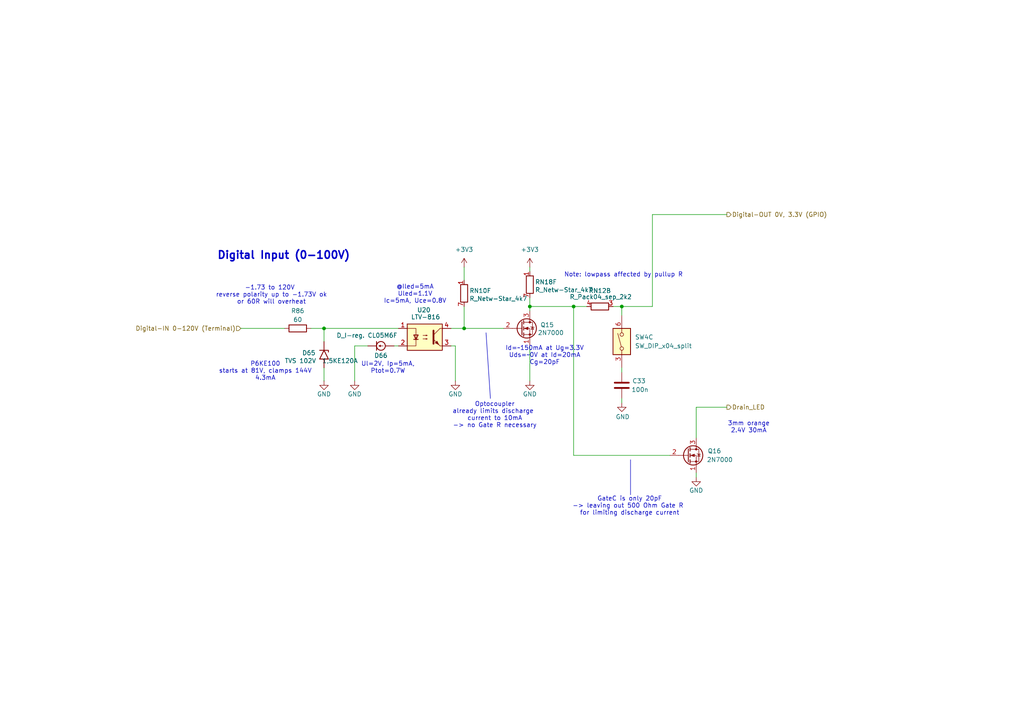
<source format=kicad_sch>
(kicad_sch (version 20231120) (generator "eeschema") (generator_version "8.0")
  (paper "A4")
  (lib_symbols
    (symbol "Device:C" (pin_numbers hide) (pin_names (offset 0.254))
      (property "Reference" "C" (at 0.635 2.54 0))
      (property "Value" "C" (at 0.635 -2.54 0))
      (symbol "C_0_1"
        (polyline (pts (xy -2.032 -0.762) (xy 2.032 -0.762)) (stroke (width 0.508)))
        (polyline (pts (xy -2.032 0.762) (xy 2.032 0.762)) (stroke (width 0.508)))
      )
      (symbol "C_1_1"
        (pin passive line (at 0 3.81 270) (length 2.794) (name "~") (number "1"))
        (pin passive line (at 0 -3.81 90) (length 2.794) (name "~") (number "2"))
      )
    )
    (symbol "Device:D_Current-regulator" (pin_numbers hide) (pin_names (offset 1.016) hide)
      (property "Reference" "D" (at 0 2.54 0))
      (property "Value" "D_Current-regulator" (at 0 -2.54 0))
      (symbol "D_Current-regulator_0_1"
        (polyline (pts (xy -1.27 1.27) (xy -1.27 -1.27)) (stroke (width 0.254)))
      )
      (symbol "D_Current-regulator_1_1"
        (polyline (pts (xy -0.127 0) (xy 0.635 0)))
        (polyline (pts (xy -0.127 0.254) (xy -0.635 0) (xy -0.127 -0.254) (xy -0.127 0.254)) (fill (type outline)))
        (circle (center 0 0) (radius 1.27) (stroke (width 0.254)))
        (pin passive line (at -3.81 0 0) (length 2.54) (name "K") (number "1"))
        (pin passive line (at 3.81 0 180) (length 2.54) (name "A") (number "2"))
      )
    )
    (symbol "Device:R" (pin_numbers hide) (pin_names (offset 0))
      (property "Reference" "R" (at 2.032 0 90))
      (property "Value" "R" (at 0 0 90))
      (symbol "R_0_1"
        (rectangle (start -1.016 -2.54) (end 1.016 2.54) (stroke (width 0.254)))
      )
      (symbol "R_1_1"
        (pin passive line (at 0 3.81 270) (length 1.27) (name "~") (number "1"))
        (pin passive line (at 0 -3.81 90) (length 1.27) (name "~") (number "2"))
      )
    )
    (symbol "Device:R_Network08_Split" (pin_names (offset 0) hide)
      (property "Reference" "RN" (at 2.032 0 90))
      (property "Value" "R_Network08_Split" (at 0 0 90))
      (symbol "R_Network08_Split_0_1"
        (rectangle (start 1.016 2.54) (end -1.016 -2.54) (stroke (width 0.254)))
        (pin passive line (at 0 3.81 270) (length 1.27) (name "R1") (number "1"))
      )
      (symbol "R_Network08_Split_1_1"
        (pin passive line (at 0 -3.81 90) (length 1.27) (name "R1.2") (number "2"))
      )
      (symbol "R_Network08_Split_2_1"
        (pin passive line (at 0 -3.81 90) (length 1.27) (name "R2.2") (number "3"))
      )
      (symbol "R_Network08_Split_3_1"
        (pin passive line (at 0 -3.81 90) (length 1.27) (name "R3.2") (number "4"))
      )
      (symbol "R_Network08_Split_4_1"
        (pin passive line (at 0 -3.81 90) (length 1.27) (name "R4.2") (number "5"))
      )
      (symbol "R_Network08_Split_5_1"
        (pin passive line (at 0 -3.81 90) (length 1.27) (name "R5.2") (number "6"))
      )
      (symbol "R_Network08_Split_6_1"
        (pin passive line (at 0 -3.81 90) (length 1.27) (name "R6.2") (number "7"))
      )
      (symbol "R_Network08_Split_7_1"
        (pin passive line (at 0 -3.81 90) (length 1.27) (name "R7.2") (number "8"))
      )
      (symbol "R_Network08_Split_8_1"
        (pin passive line (at 0 -3.81 90) (length 1.27) (name "R8.2") (number "9"))
      )
    )
    (symbol "Device:R_Pack04_SIP_Split" (pin_names (offset 0) hide)
      (property "Reference" "RN" (at 2.032 0 90))
      (property "Value" "R_Pack04_SIP_Split" (at 0 0 90))
      (symbol "R_Pack04_SIP_Split_0_1"
        (rectangle (start 1.016 2.54) (end -1.016 -2.54) (stroke (width 0.254)))
      )
      (symbol "R_Pack04_SIP_Split_1_1"
        (pin passive line (at 0 -3.81 90) (length 1.27) (name "R1.1") (number "1"))
        (pin passive line (at 0 3.81 270) (length 1.27) (name "R1.2") (number "2"))
      )
      (symbol "R_Pack04_SIP_Split_2_1"
        (pin passive line (at 0 -3.81 90) (length 1.27) (name "R2.1") (number "3"))
        (pin passive line (at 0 3.81 270) (length 1.27) (name "R2.2") (number "4"))
      )
      (symbol "R_Pack04_SIP_Split_3_1"
        (pin passive line (at 0 -3.81 90) (length 1.27) (name "R3.1") (number "5"))
        (pin passive line (at 0 3.81 270) (length 1.27) (name "R3.2") (number "6"))
      )
      (symbol "R_Pack04_SIP_Split_4_1"
        (pin passive line (at 0 -3.81 90) (length 1.27) (name "R4.1") (number "7"))
        (pin passive line (at 0 3.81 270) (length 1.27) (name "R4.2") (number "8"))
      )
    )
    (symbol "Diode:1N62xxA" (pin_numbers hide) (pin_names (offset 1.016) hide)
      (property "Reference" "D" (at 0 2.54 0))
      (property "Value" "1N62xxA" (at 0 -2.54 0))
      (symbol "1N62xxA_0_1"
        (polyline (pts (xy -0.762 1.27) (xy -1.27 1.27) (xy -1.27 -1.27)) (stroke (width 0.254)))
        (polyline (pts (xy 1.27 1.27) (xy 1.27 -1.27) (xy -1.27 0) (xy 1.27 1.27)) (stroke (width 0.254)))
      )
      (symbol "1N62xxA_1_1"
        (pin passive line (at -3.81 0 0) (length 2.54) (name "A1") (number "1"))
        (pin passive line (at 3.81 0 180) (length 2.54) (name "A2") (number "2"))
      )
    )
    (symbol "Isolator:LTV-817M" (pin_names (offset 1.016))
      (property "Reference" "U" (at -3.81 5.08 0))
      (property "Value" "LTV-817M" (at 0 -5.08 0))
      (symbol "LTV-817M_1_1"
        (rectangle (start -5.08 3.81) (end 5.08 -3.81) (stroke (width 0.254)) (fill (type background)))
        (polyline (pts (xy -3.175 -0.635) (xy -1.905 -0.635)) (stroke (width 0.254)))
        (polyline (pts (xy 2.54 0.635) (xy 4.445 2.54)))
        (polyline (pts (xy 4.445 -2.54) (xy 2.54 -0.635)) (fill (type outline)))
        (polyline (pts (xy 4.445 -2.54) (xy 5.08 -2.54)))
        (polyline (pts (xy 4.445 2.54) (xy 5.08 2.54)))
        (polyline (pts (xy -5.08 2.54) (xy -2.54 2.54) (xy -2.54 -0.762)))
        (polyline (pts (xy -2.54 -0.635) (xy -2.54 -2.54) (xy -5.08 -2.54)))
        (polyline (pts (xy 2.54 1.905) (xy 2.54 -1.905) (xy 2.54 -1.905)) (stroke (width 0.508)))
        (polyline (pts (xy -2.54 -0.635) (xy -3.175 0.635) (xy -1.905 0.635) (xy -2.54 -0.635)) (stroke (width 0.254)))
        (polyline (pts (xy -0.508 -0.508) (xy 0.762 -0.508) (xy 0.381 -0.635) (xy 0.381 -0.381) (xy 0.762 -0.508)))
        (polyline (pts (xy -0.508 0.508) (xy 0.762 0.508) (xy 0.381 0.381) (xy 0.381 0.635) (xy 0.762 0.508)))
        (polyline (pts (xy 3.048 -1.651) (xy 3.556 -1.143) (xy 4.064 -2.159) (xy 3.048 -1.651) (xy 3.048 -1.651)) (fill (type outline)))
        (pin passive line (at -7.62 2.54 0) (length 2.54) (name "~") (number "1"))
        (pin passive line (at -7.62 -2.54 0) (length 2.54) (name "~") (number "2"))
        (pin passive line (at 7.62 -2.54 180) (length 2.54) (name "~") (number "3"))
        (pin passive line (at 7.62 2.54 180) (length 2.54) (name "~") (number "4"))
      )
    )
    (symbol "Transistor_FET:2N7000" (pin_names hide)
      (property "Reference" "Q" (at 5.08 1.905 0))
      (property "Value" "2N7000" (at 5.08 0 0))
      (symbol "2N7000_0_1"
        (polyline (pts (xy 0.254 0) (xy -2.54 0)))
        (polyline (pts (xy 0.254 1.905) (xy 0.254 -1.905)) (stroke (width 0.254)))
        (polyline (pts (xy 0.762 -1.27) (xy 0.762 -2.286)) (stroke (width 0.254)))
        (polyline (pts (xy 0.762 0.508) (xy 0.762 -0.508)) (stroke (width 0.254)))
        (polyline (pts (xy 0.762 2.286) (xy 0.762 1.27)) (stroke (width 0.254)))
        (polyline (pts (xy 2.54 2.54) (xy 2.54 1.778)))
        (polyline (pts (xy 2.54 -2.54) (xy 2.54 0) (xy 0.762 0)))
        (polyline (pts (xy 0.762 -1.778) (xy 3.302 -1.778) (xy 3.302 1.778) (xy 0.762 1.778)))
        (polyline (pts (xy 1.016 0) (xy 2.032 0.381) (xy 2.032 -0.381) (xy 1.016 0)) (fill (type outline)))
        (polyline (pts (xy 2.794 0.508) (xy 2.921 0.381) (xy 3.683 0.381) (xy 3.81 0.254)))
        (polyline (pts (xy 3.302 0.381) (xy 2.921 -0.254) (xy 3.683 -0.254) (xy 3.302 0.381)))
        (circle (center 1.651 0) (radius 2.794) (stroke (width 0.254)))
        (circle (center 2.54 -1.778) (radius 0.254) (fill (type outline)))
        (circle (center 2.54 1.778) (radius 0.254) (fill (type outline)))
      )
      (symbol "2N7000_1_1"
        (pin passive line (at 2.54 -5.08 90) (length 2.54) (name "S") (number "1"))
        (pin input line (at -5.08 0 0) (length 2.54) (name "G") (number "2"))
        (pin passive line (at 2.54 5.08 270) (length 2.54) (name "D") (number "3"))
      )
    )
    (symbol "custom-symbols:SW_DIP_x04_split" (pin_names (offset 0) hide)
      (property "Reference" "SW" (at 0 3.81 0))
      (property "Value" "SW_DIP_x04_split" (at 0 -3.81 0))
      (symbol "SW_DIP_x04_split_0_0"
        (circle (center -2.032 0) (radius 0.508))
        (polyline (pts (xy -1.524 0.127) (xy 2.3622 1.1684)))
        (circle (center 2.032 0) (radius 0.508))
      )
      (symbol "SW_DIP_x04_split_0_1"
        (rectangle (start -3.81 2.54) (end 3.81 -2.54) (stroke (width 0.254)) (fill (type background)))
      )
      (symbol "SW_DIP_x04_split_1_1"
        (pin passive line (at -7.62 0 0) (length 5.08) (name "~") (number "1"))
        (pin passive line (at 7.62 0 180) (length 5.08) (name "~") (number "8"))
      )
      (symbol "SW_DIP_x04_split_2_1"
        (pin passive line (at -7.62 0 0) (length 5.08) (name "~") (number "2"))
        (pin passive line (at 7.62 0 180) (length 5.08) (name "~") (number "7"))
      )
      (symbol "SW_DIP_x04_split_3_1"
        (pin passive line (at -7.62 0 0) (length 5.08) (name "~") (number "3"))
        (pin passive line (at 7.62 0 180) (length 5.08) (name "~") (number "6"))
      )
      (symbol "SW_DIP_x04_split_4_1"
        (pin passive line (at -7.62 0 0) (length 5.08) (name "~") (number "4"))
        (pin passive line (at 7.62 0 180) (length 5.08) (name "~") (number "5"))
      )
    )
    (symbol "power:+3V3" (power) (pin_numbers hide) (pin_names (offset 0) hide)
      (property "Value" "+3V3" (at 0 3.556 0))
      (symbol "+3V3_0_1"
        (polyline (pts (xy -0.762 1.27) (xy 0 2.54)))
        (polyline (pts (xy 0 0) (xy 0 2.54)))
        (polyline (pts (xy 0 2.54) (xy 0.762 1.27)))
      )
      (symbol "+3V3_1_1"
        (pin power_in line (at 0 0 90) (length 0) (name "~") (number "1"))
      )
    )
    (symbol "power:GND" (power) (pin_numbers hide) (pin_names (offset 0) hide)
      (property "Value" "GND" (at 0 -3.81 0))
      (symbol "GND_0_1"
        (polyline (pts (xy 0 0) (xy 0 -1.27) (xy 1.27 -1.27) (xy 0 -2.54) (xy -1.27 -1.27) (xy 0 -1.27)))
      )
      (symbol "GND_1_1"
        (pin power_in line (at 0 0 270) (length 0) (name "~") (number "1"))
      )
    )
  )
  (junction (at 153.67 88.9))
  (junction (at 134.62 95.25))
  (junction (at 180.34 88.9))
  (junction (at 93.98 95.25))
  (junction (at 166.37 88.9))
  (wire (pts (xy 102.87 100.33) (xy 102.87 110.49)))
  (polyline (pts (xy 182.88 133.35) (xy 182.88 143.51)))
  (wire (pts (xy 130.81 100.33) (xy 132.08 100.33)))
  (wire (pts (xy 201.93 118.11) (xy 210.82 118.11)))
  (wire (pts (xy 166.37 132.08) (xy 194.31 132.08)))
  (wire (pts (xy 93.98 95.25) (xy 93.98 99.06)))
  (wire (pts (xy 106.68 100.33) (xy 102.87 100.33)))
  (wire (pts (xy 132.08 100.33) (xy 132.08 110.49)))
  (wire (pts (xy 177.8 88.9) (xy 180.34 88.9)))
  (wire (pts (xy 180.34 88.9) (xy 189.23 88.9)))
  (wire (pts (xy 93.98 106.68) (xy 93.98 110.49)))
  (wire (pts (xy 153.67 77.47) (xy 153.67 78.74)))
  (wire (pts (xy 189.23 88.9) (xy 189.23 62.23)))
  (wire (pts (xy 189.23 62.23) (xy 210.82 62.23)))
  (wire (pts (xy 134.62 88.9) (xy 134.62 95.25)))
  (wire (pts (xy 134.62 95.25) (xy 146.05 95.25)))
  (wire (pts (xy 153.67 88.9) (xy 153.67 90.17)))
  (wire (pts (xy 180.34 107.95) (xy 180.34 106.68)))
  (wire (pts (xy 69.85 95.25) (xy 82.55 95.25)))
  (wire (pts (xy 180.34 115.57) (xy 180.34 116.84)))
  (wire (pts (xy 153.67 86.36) (xy 153.67 88.9)))
  (wire (pts (xy 93.98 95.25) (xy 115.57 95.25)))
  (wire (pts (xy 114.3 100.33) (xy 115.57 100.33)))
  (wire (pts (xy 130.81 95.25) (xy 134.62 95.25)))
  (wire (pts (xy 166.37 88.9) (xy 170.18 88.9)))
  (wire (pts (xy 201.93 118.11) (xy 201.93 127)))
  (wire (pts (xy 90.17 95.25) (xy 93.98 95.25)))
  (wire (pts (xy 153.67 88.9) (xy 166.37 88.9)))
  (wire (pts (xy 166.37 132.08) (xy 166.37 88.9)))
  (wire (pts (xy 153.67 100.33) (xy 153.67 110.49)))
  (polyline (pts (xy 140.97 96.52) (xy 142.24 115.57)))
  (wire (pts (xy 180.34 88.9) (xy 180.34 91.44)))
  (wire (pts (xy 201.93 137.16) (xy 201.93 138.43)))
  (wire (pts (xy 134.62 77.47) (xy 134.62 81.28)))
  (text "Note: lowpass affected by pullup R" (at 180.848 79.756 0) (effects (font (size 1.27 1.27))))
  (text "Ul=2V, Ip=5mA,\nPtot=0.7W" (at 112.522 106.68 0) (effects (font (size 1.27 1.27))))
  (text "3mm orange\n2.4V 30mA" (at 217.17 123.952 0) (effects (font (size 1.27 1.27))))
  (text "Digital Input (0-100V)" (at 82.296 74.168 0) (effects (font (size 2.2 2.2) (thickness 0.44) (bold yes))))
  (text "GateC is only 20pF\n-> leaving out 500 Ohm Gate R \nfor limiting discharge current" (at 182.626 146.812 0) (effects (font (size 1.27 1.27))))
  (text "P6KE100\nstarts at 81V, clamps 144V\n4.3mA" (at 76.962 107.696 0) (effects (font (size 1.27 1.27))))
  (text "-1.73 to 120V \nreverse polarity up to -1.73V ok\nor 60R will overheat" (at 78.74 85.598 0) (effects (font (size 1.27 1.27))))
  (text "Id=~150mA at Ug=3.3V\nUds=~0V at Id=20mA\nCg=20pF" (at 157.988 103.124 0) (effects (font (size 1.27 1.27))))
  (text "Optocoupler\nalready limits discharge \ncurrent to 10mA\n-> no Gate R necessary" (at 143.51 120.396 0) (effects (font (size 1.27 1.27))))
  (text "@Iled=5mA\nUled=1.1V\nIc=5mA, Uce=0.8V" (at 120.396 85.344 0) (effects (font (size 1.27 1.27))))
  (hierarchical_label "Digital-OUT 0V, 3.3V (GPIO)" (shape output) (at 210.82 62.23 0))
  (hierarchical_label "Drain_LED" (shape output) (at 210.82 118.11 0))
  (hierarchical_label "Digital-IN 0-120V (Terminal)" (shape input) (at 69.85 95.25 180))
  (symbol (lib_id "Device:R_Network08_Split") (at 153.67 82.55 0) (unit 6)
    (property "Reference" "RN18" (at 155.194 81.788 0) (effects (justify left)))
    (property "Value" "R_Netw-Star_4k7" (at 155.194 84.074 0) (effects (justify left)))
    (property "Footprint" "Resistor_THT:R_Array_SIP9" (effects (hide yes)))
    (property "Datasheet" "https://www.reichelt.com/be/en/shop/product/resistor_network_8_x_4_7_kohm_2_sil-9-18049?nbc=1&trstct=pos_15" (effects (hide yes)))
    (property "Description" "8 resistor network, star topology, bussed resistors, split" (effects (hide yes)))
    (instances (project "pi-interface-board_v1.0" (path "" (reference "RN18") (unit 6)) (path "" (reference "RN18") (unit 7)) (path "" (reference "RN18") (unit 5)) (path "" (reference "RN18") (unit 8)) (path "" (reference "RN18") (unit 2)) (path "" (reference "RN18") (unit 4)) (path "" (reference "RN18") (unit 3)) (path "" (reference "RN18") (unit 1))))
  )
  (symbol (lib_id "power:GND") (at 102.87 110.49 0) (unit 1)
    (property "Reference" "#PWR0158" (effects (hide yes)))
    (property "Value" "GND" (at 102.87 114.3 0))
    (property "Description" "Power symbol creates a global label with name \"GND\" , ground" (effects (hide yes)))
    (instances (project "pi-interface-board_v1.0" (path "" (reference "#PWR0158") (unit 1)) (path "" (reference "#PWR0167") (unit 1)) (path "" (reference "#PWR0149") (unit 1)) (path "" (reference "#PWR0176") (unit 1)) (path "" (reference "#PWR0122") (unit 1)) (path "" (reference "#PWR0140") (unit 1)) (path "" (reference "#PWR0131") (unit 1)) (path "" (reference "#PWR0113") (unit 1))))
  )
  (symbol (lib_id "Transistor_FET:2N7000") (at 151.13 95.25 0) (unit 1)
    (property "Reference" "Q15" (at 156.718 94.234 0) (effects (justify left)))
    (property "Value" "2N7000" (at 155.956 96.52 0) (effects (justify left)))
    (property "Footprint" "Package_TO_SOT_THT:TO-92_Inline" (effects (hide yes)))
    (property "Datasheet" "https://www.reichelt.com/be/de/shop/produkt/mosfet_n-ch_60v_0_115a_0_4w_1_7r_to-92-41141?nbc=1&q=%2Fbe%2Fde%2Fshop%2Fmosfet-n-ch-60v-0-115a-0-4w-1-7r-to-92-2n-7000-p41141.html&trstct=pos_0" (effects (hide yes)))
    (property "Description" "0.2A Id, 200V Vds, N-Channel MOSFET, 2.6V Logic Level, TO-92" (effects (hide yes)))
    (instances (project "pi-interface-board_v1.0" (path "" (reference "Q15") (unit 1)) (path "" (reference "Q17") (unit 1)) (path "" (reference "Q13") (unit 1)) (path "" (reference "Q19") (unit 1)) (path "" (reference "Q7") (unit 1)) (path "" (reference "Q11") (unit 1)) (path "" (reference "Q9") (unit 1)) (path "" (reference "Q2") (unit 1))))
  )
  (symbol (lib_id "power:GND") (at 201.93 138.43 0) (unit 1)
    (property "Reference" "#PWR0165" (effects (hide yes)))
    (property "Value" "GND" (at 201.93 142.24 0))
    (property "Description" "Power symbol creates a global label with name \"GND\" , ground" (effects (hide yes)))
    (instances (project "pi-interface-board_v1.0" (path "" (reference "#PWR0165") (unit 1)) (path "" (reference "#PWR0174") (unit 1)) (path "" (reference "#PWR0156") (unit 1)) (path "" (reference "#PWR0183") (unit 1)) (path "" (reference "#PWR0129") (unit 1)) (path "" (reference "#PWR0147") (unit 1)) (path "" (reference "#PWR0138") (unit 1)) (path "" (reference "#PWR0120") (unit 1))))
  )
  (symbol (lib_id "power:+3V3") (at 134.62 77.47 0) (unit 1)
    (property "Reference" "#PWR0160" (effects (hide yes)))
    (property "Value" "+3V3" (at 134.62 72.39 0))
    (property "Description" "Power symbol creates a global label with name \"+3V3\"" (effects (hide yes)))
    (instances (project "pi-interface-board_v1.0" (path "" (reference "#PWR0160") (unit 1)) (path "" (reference "#PWR0169") (unit 1)) (path "" (reference "#PWR0151") (unit 1)) (path "" (reference "#PWR0178") (unit 1)) (path "" (reference "#PWR0124") (unit 1)) (path "" (reference "#PWR0142") (unit 1)) (path "" (reference "#PWR0133") (unit 1)) (path "" (reference "#PWR0115") (unit 1))))
  )
  (symbol (lib_id "Transistor_FET:2N7000") (at 199.39 132.08 0) (unit 1)
    (property "Reference" "Q16" (at 205.232 130.81 0) (effects (justify left)))
    (property "Value" "2N7000" (at 204.978 133.35 0) (effects (justify left)))
    (property "Footprint" "Package_TO_SOT_THT:TO-92_Inline" (effects (hide yes)))
    (property "Datasheet" "https://www.reichelt.com/be/de/shop/produkt/mosfet_n-ch_60v_0_115a_0_4w_1_7r_to-92-41141?nbc=1&q=%2Fbe%2Fde%2Fshop%2Fmosfet-n-ch-60v-0-115a-0-4w-1-7r-to-92-2n-7000-p41141.html&trstct=pos_0" (effects (hide yes)))
    (property "Description" "0.2A Id, 200V Vds, N-Channel MOSFET, 2.6V Logic Level, TO-92" (effects (hide yes)))
    (instances (project "pi-interface-board_v1.0" (path "" (reference "Q16") (unit 1)) (path "" (reference "Q18") (unit 1)) (path "" (reference "Q14") (unit 1)) (path "" (reference "Q20") (unit 1)) (path "" (reference "Q8") (unit 1)) (path "" (reference "Q12") (unit 1)) (path "" (reference "Q10") (unit 1)) (path "" (reference "Q6") (unit 1))))
  )
  (symbol (lib_id "Device:C") (at 180.34 111.76 0) (unit 1)
    (property "Reference" "C33" (at 183.388 110.49 0) (effects (justify left)))
    (property "Value" "100n" (at 183.134 113.03 0) (effects (justify left)))
    (property "Footprint" "Capacitor_THT:C_Disc_D7.0mm_W2.5mm_P5.00mm" (effects (hide yes)))
    (property "Datasheet" "https://www.conrad.de/de/p/kemet-r82dc3100aa50k-1-st-polyester-kondensator-radial-bedrahtet-100-nf-63-v-10-5-mm-l-x-b-x-h-7-2-x-2-5-x-6-5-mm-1235240.html" (effects (hide yes)))
    (property "Description" "Unpolarized capacitor" (effects (hide yes)))
    (instances (project "pi-interface-board_v1.0" (path "" (reference "C33") (unit 1)) (path "" (reference "C34") (unit 1)) (path "" (reference "C32") (unit 1)) (path "" (reference "C35") (unit 1)) (path "" (reference "C29") (unit 1)) (path "" (reference "C31") (unit 1)) (path "" (reference "C30") (unit 1)) (path "" (reference "C17") (unit 1))))
  )
  (symbol (lib_id "Diode:1N62xxA") (at 93.98 102.87 270) (unit 1)
    (property "Reference" "D65" (at 87.63 102.362 90) (effects (justify left)))
    (property "Value" "TVS 102V  1,5KE120A" (at 82.55 104.648 90) (effects (justify left)))
    (property "Footprint" "Diode_THT:D_DO-15_P5.08mm_Vertical_KathodeUp" (effects (hide yes)))
    (property "Datasheet" "https://www.reichelt.com/be/en/shop/product/tvs_diode_unidirectional_102_v_1500_w_do-201-272795" (effects (hide yes)))
    (property "Description" "1500W unidirectional TRANSZORB® Transient Voltage Suppressor, DO-201AE" (effects (hide yes)))
    (instances (project "pi-interface-board_v1.0" (path "" (reference "D65") (unit 1)) (path "" (reference "D68") (unit 1)) (path "" (reference "D62") (unit 1)) (path "" (reference "D71") (unit 1)) (path "" (reference "D53") (unit 1)) (path "" (reference "D59") (unit 1)) (path "" (reference "D56") (unit 1)) (path "" (reference "D50") (unit 1))))
  )
  (symbol (lib_id "power:+3V3") (at 153.67 77.47 0) (unit 1)
    (property "Reference" "#PWR0161" (effects (hide yes)))
    (property "Value" "+3V3" (at 153.67 72.39 0))
    (property "Description" "Power symbol creates a global label with name \"+3V3\"" (effects (hide yes)))
    (instances (project "pi-interface-board_v1.0" (path "" (reference "#PWR0161") (unit 1)) (path "" (reference "#PWR0170") (unit 1)) (path "" (reference "#PWR0152") (unit 1)) (path "" (reference "#PWR0179") (unit 1)) (path "" (reference "#PWR0125") (unit 1)) (path "" (reference "#PWR0143") (unit 1)) (path "" (reference "#PWR0134") (unit 1)) (path "" (reference "#PWR0116") (unit 1))))
  )
  (symbol (lib_id "Device:R") (at 86.36 95.25 90) (unit 1)
    (property "Reference" "R86" (at 86.36 90.17 90))
    (property "Value" "60" (at 86.36 92.71 90))
    (property "Footprint" "Resistor_THT:R_Axial_DIN0207_L6.3mm_D2.5mm_P2.54mm_Vertical" (effects (hide yes)))
    (property "Datasheet" "https://www.reichelt.com/be/en/shop/product/metal_film_resistor_59_0_ohm-11890" (effects (hide yes)))
    (property "Description" "Resistor" (effects (hide yes)))
    (instances (project "pi-interface-board_v1.0" (path "" (reference "R86") (unit 1)) (path "" (reference "R93") (unit 1)) (path "" (reference "R79") (unit 1)) (path "" (reference "R100") (unit 1)) (path "" (reference "R58") (unit 1)) (path "" (reference "R72") (unit 1)) (path "" (reference "R65") (unit 1)) (path "" (reference "R1") (unit 1))))
  )
  (symbol (lib_id "power:GND") (at 132.08 110.49 0) (unit 1)
    (property "Reference" "#PWR0159" (effects (hide yes)))
    (property "Value" "GND" (at 132.08 114.3 0))
    (property "Description" "Power symbol creates a global label with name \"GND\" , ground" (effects (hide yes)))
    (instances (project "pi-interface-board_v1.0" (path "" (reference "#PWR0159") (unit 1)) (path "" (reference "#PWR0168") (unit 1)) (path "" (reference "#PWR0150") (unit 1)) (path "" (reference "#PWR0177") (unit 1)) (path "" (reference "#PWR0123") (unit 1)) (path "" (reference "#PWR0141") (unit 1)) (path "" (reference "#PWR0132") (unit 1)) (path "" (reference "#PWR0114") (unit 1))))
  )
  (symbol (lib_id "power:GND") (at 180.34 116.84 0) (unit 1)
    (property "Reference" "#PWR0163" (effects (hide yes)))
    (property "Value" "GND" (at 180.594 120.904 0))
    (property "Description" "Power symbol creates a global label with name \"GND\" , ground" (effects (hide yes)))
    (instances (project "pi-interface-board_v1.0" (path "" (reference "#PWR0163") (unit 1)) (path "" (reference "#PWR0172") (unit 1)) (path "" (reference "#PWR0154") (unit 1)) (path "" (reference "#PWR0181") (unit 1)) (path "" (reference "#PWR0127") (unit 1)) (path "" (reference "#PWR0145") (unit 1)) (path "" (reference "#PWR0136") (unit 1)) (path "" (reference "#PWR0118") (unit 1))))
  )
  (symbol (lib_id "power:GND") (at 93.98 110.49 0) (unit 1)
    (property "Reference" "#PWR0157" (effects (hide yes)))
    (property "Value" "GND" (at 93.98 114.3 0))
    (property "Description" "Power symbol creates a global label with name \"GND\" , ground" (effects (hide yes)))
    (instances (project "pi-interface-board_v1.0" (path "" (reference "#PWR0157") (unit 1)) (path "" (reference "#PWR0166") (unit 1)) (path "" (reference "#PWR0148") (unit 1)) (path "" (reference "#PWR0175") (unit 1)) (path "" (reference "#PWR0121") (unit 1)) (path "" (reference "#PWR0139") (unit 1)) (path "" (reference "#PWR0130") (unit 1)) (path "" (reference "#PWR0112") (unit 1))))
  )
  (symbol (lib_id "custom-symbols:SW_DIP_x04_split") (at 180.34 99.06 90) (unit 3)
    (property "Reference" "SW4" (at 184.15 97.7899 90) (effects (justify right)))
    (property "Value" "SW_DIP_x04_split" (at 184.15 100.3299 90) (effects (justify right)))
    (property "Footprint" "Button_Switch_THT:SW_DIP_SPSTx04_Slide_9.78x12.34mm_W7.62mm_P2.54mm" (effects (hide yes)))
    (property "Datasheet" "https://www.reichelt.com/be/en/shop/product/dip_switch_vertical_4-pin-13532" (effects (hide yes)))
    (property "Description" "4x DIP Switch, 4 Pole Single Throw (SPST) switch, small symbol" (effects (hide yes)))
    (instances (project "" (path "" (reference "SW4") (unit 3)) (path "" (reference "SW4") (unit 2)) (path "" (reference "SW4") (unit 4)) (path "" (reference "SW4") (unit 1)) (path "" (reference "SW3") (unit 3)) (path "" (reference "SW3") (unit 1)) (path "" (reference "SW3") (unit 2)) (path "" (reference "SW3") (unit 4))))
  )
  (symbol (lib_id "Device:R_Pack04_SIP_Split") (at 173.99 88.9 90) (unit 2)
    (property "Reference" "RN12" (at 173.99 84.328 90))
    (property "Value" "R_Pack04_sep_2k2" (at 174.244 86.106 90))
    (property "Footprint" "Resistor_THT:R_Array_SIP8" (effects (hide yes)))
    (property "Datasheet" "https://www.reichelt.com/be/en/shop/product/resistor_network_4_x_2_2_kohm_2_sil-8-17915" (effects (hide yes)))
    (property "Description" "4 resistor network, parallel topology, SIP package, split" (effects (hide yes)))
    (instances (project "" (path "" (reference "RN12") (unit 2)) (path "" (reference "RN12") (unit 3)) (path "" (reference "RN12") (unit 1)) (path "" (reference "RN12") (unit 4)) (path "" (reference "RN11") (unit 2)) (path "" (reference "RN11") (unit 4)) (path "" (reference "RN11") (unit 3)) (path "" (reference "RN11") (unit 1))))
  )
  (symbol (lib_id "Device:R_Network08_Split") (at 134.62 85.09 0) (unit 6)
    (property "Reference" "RN10" (at 136.144 84.328 0) (effects (justify left)))
    (property "Value" "R_Netw-Star_4k7" (at 136.144 86.614 0) (effects (justify left)))
    (property "Footprint" "Resistor_THT:R_Array_SIP9" (effects (hide yes)))
    (property "Datasheet" "https://www.reichelt.com/be/en/shop/product/resistor_network_8_x_4_7_kohm_2_sil-9-18049?nbc=1&trstct=pos_15" (effects (hide yes)))
    (property "Description" "8 resistor network, star topology, bussed resistors, split" (effects (hide yes)))
    (instances (project "" (path "" (reference "RN10") (unit 6)) (path "" (reference "RN10") (unit 7)) (path "" (reference "RN10") (unit 5)) (path "" (reference "RN10") (unit 8)) (path "" (reference "RN10") (unit 3)) (path "" (reference "RN10") (unit 1)) (path "" (reference "RN10") (unit 2)) (path "" (reference "RN10") (unit 4))))
  )
  (symbol (lib_id "Device:D_Current-regulator") (at 110.49 100.33 0) (unit 1)
    (property "Reference" "D66" (at 110.49 103.124 0))
    (property "Value" "D_I-reg. CL05M6F" (at 106.426 97.282 0))
    (property "Footprint" "Diode_SMD:D_SOD-123F" (effects (hide yes)))
    (property "Datasheet" "https://www.conrad.de/de/p/diotec-konstantstromquellen-cl05m6f-sod-123fl-2807601.html" (effects (hide yes)))
    (property "Description" "Constant-current diode / current limiting diode / current regulator diode, IEC60747-3:2013" (effects (hide yes)))
    (instances (project "pi-interface-board_v1.0" (path "" (reference "D66") (unit 1)) (path "" (reference "D69") (unit 1)) (path "" (reference "D63") (unit 1)) (path "" (reference "D72") (unit 1)) (path "" (reference "D54") (unit 1)) (path "" (reference "D60") (unit 1)) (path "" (reference "D57") (unit 1)) (path "" (reference "D51") (unit 1))))
  )
  (symbol (lib_id "power:GND") (at 153.67 110.49 0) (unit 1)
    (property "Reference" "#PWR0162" (effects (hide yes)))
    (property "Value" "GND" (at 153.67 114.3 0))
    (property "Description" "Power symbol creates a global label with name \"GND\" , ground" (effects (hide yes)))
    (instances (project "pi-interface-board_v1.0" (path "" (reference "#PWR0162") (unit 1)) (path "" (reference "#PWR0171") (unit 1)) (path "" (reference "#PWR0153") (unit 1)) (path "" (reference "#PWR0180") (unit 1)) (path "" (reference "#PWR0126") (unit 1)) (path "" (reference "#PWR0144") (unit 1)) (path "" (reference "#PWR0135") (unit 1)) (path "" (reference "#PWR0117") (unit 1))))
  )
  (symbol (lib_id "Isolator:LTV-817M") (at 123.19 97.79 0) (unit 1)
    (property "Reference" "U20" (at 122.936 89.916 0))
    (property "Value" "LTV-816" (at 123.444 91.948 0))
    (property "Footprint" "Package_DIP:DIP-4_W10.16mm" (effects (hide yes)))
    (property "Datasheet" "[bestand] https://de.rs-online.com/web/p/optokoppler/6912108" (effects (hide yes)))
    (property "Description" "DC Optocoupler, Vce 35V, CTR 50%, DIP-4" (effects (hide yes)))
    (instances (project "pi-interface-board_v1.0" (path "" (reference "U20") (unit 1)) (path "" (reference "U21") (unit 1)) (path "" (reference "U19") (unit 1)) (path "" (reference "U22") (unit 1)) (path "" (reference "U8") (unit 1)) (path "" (reference "U18") (unit 1)) (path "" (reference "U17") (unit 1)) (path "" (reference "U7") (unit 1))))
  )
)
</source>
